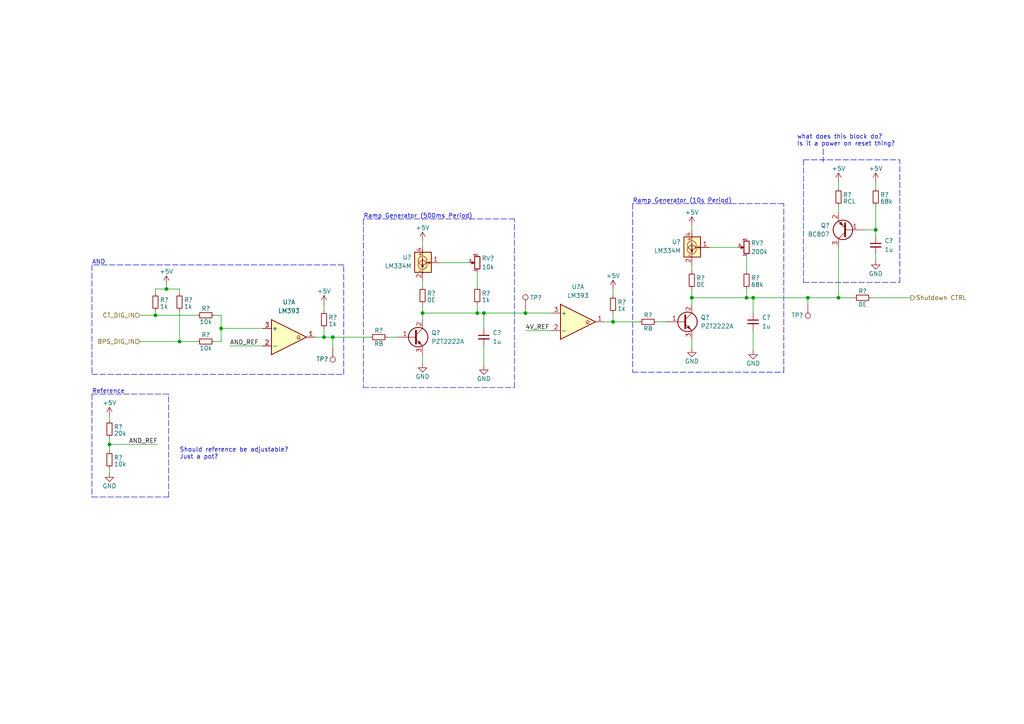
<source format=kicad_sch>
(kicad_sch (version 20211123) (generator eeschema)
  (paper "A4")
  (title_block (title "BSPD - Timing") (date "2022-04-01") (rev "1") (company "SUFST - Southampton University Formula Student Team"))
  (lib_symbols
    (symbol "Comparator:LM393" (pin_names (offset 0.127))
      (property "Reference" "U" (at 3.81 3.81 0))
      (property "Value" "LM393" (at 6.35 -3.81 0))
      (symbol "LM393_1_1"
        (polyline (pts (xy -5.08 5.08) (xy 5.08 0) (xy -5.08 -5.08) (xy -5.08 5.08)) (stroke (width 0.254)) (fill (type background)))
        (polyline (pts (xy 3.302 -0.508) (xy 2.794 -0.508) (xy 3.302 0) (xy 2.794 0.508) (xy 2.286 0) (xy 2.794 -0.508) (xy 2.286 -0.508)) (stroke (width 0.127)))
        (pin open_collector line (at 7.62 0 180) (length 2.54) (name "~") (number "1"))
        (pin input line (at -7.62 -2.54 0) (length 2.54) (name "-") (number "2"))
        (pin input line (at -7.62 2.54 0) (length 2.54) (name "+") (number "3"))
      )
      (symbol "LM393_2_1"
        (polyline (pts (xy -5.08 5.08) (xy 5.08 0) (xy -5.08 -5.08) (xy -5.08 5.08)) (stroke (width 0.254)) (fill (type background)))
        (polyline (pts (xy 3.302 -0.508) (xy 2.794 -0.508) (xy 3.302 0) (xy 2.794 0.508) (xy 2.286 0) (xy 2.794 -0.508) (xy 2.286 -0.508)) (stroke (width 0.127)))
        (pin input line (at -7.62 2.54 0) (length 2.54) (name "+") (number "5"))
        (pin input line (at -7.62 -2.54 0) (length 2.54) (name "_") (number "6"))
        (pin open_collector line (at 7.62 0 180) (length 2.54) (name "~") (number "7"))
      )
      (symbol "LM393_3_1"
        (pin power_in line (at -2.54 -7.62 90) (length 3.81) (name "V-") (number "4"))
        (pin power_in line (at -2.54 7.62 270) (length 3.81) (name "V+") (number "8"))
      )
    )
    (symbol "Connector:TestPoint" (pin_numbers hide) (pin_names (offset 0.762) hide)
      (property "Reference" "TP" (at 0 6.858 0))
      (property "Value" "TestPoint" (at 0 5.08 0))
      (symbol "TestPoint_0_1"
        (circle (center 0 3.302) (radius 0.762))
      )
      (symbol "TestPoint_1_1"
        (pin passive line (at 0 0 90) (length 2.54) (name "1") (number "1"))
      )
    )
    (symbol "Device:C_Small" (pin_numbers hide) (pin_names (offset 0.254) hide)
      (property "Reference" "C" (at 0.254 1.778 0))
      (property "Value" "C_Small" (at 0.254 -2.032 0))
      (symbol "C_Small_0_1"
        (polyline (pts (xy -1.524 -0.508) (xy 1.524 -0.508)) (stroke (width 0.3302)))
        (polyline (pts (xy -1.524 0.508) (xy 1.524 0.508)) (stroke (width 0.3048)))
      )
      (symbol "C_Small_1_1"
        (pin passive line (at 0 2.54 270) (length 2.032) (name "~") (number "1"))
        (pin passive line (at 0 -2.54 90) (length 2.032) (name "~") (number "2"))
      )
    )
    (symbol "Device:R_Potentiometer_Small" (pin_names (offset 1.016) hide)
      (property "Reference" "RV" (at -4.445 0 90))
      (property "Value" "R_Potentiometer_Small" (at -2.54 0 90))
      (symbol "R_Potentiometer_Small_0_1"
        (polyline (pts (xy 0.889 0) (xy 0.635 0) (xy 1.651 0.381) (xy 1.651 -0.381) (xy 0.635 0) (xy 0.889 0)) (fill (type outline)))
        (rectangle (start 0.762 1.8034) (end -0.762 -1.8034) (stroke (width 0.254)))
      )
      (symbol "R_Potentiometer_Small_1_1"
        (pin passive line (at 0 2.54 270) (length 0.635) (name "1") (number "1"))
        (pin passive line (at 2.54 0 180) (length 0.9906) (name "2") (number "2"))
        (pin passive line (at 0 -2.54 90) (length 0.635) (name "3") (number "3"))
      )
    )
    (symbol "Device:R_Small" (pin_numbers hide) (pin_names (offset 0.254) hide)
      (property "Reference" "R" (at 0.762 0.508 0))
      (property "Value" "R_Small" (at 0.762 -1.016 0))
      (symbol "R_Small_0_1"
        (rectangle (start -0.762 1.778) (end 0.762 -1.778) (stroke (width 0.2032)))
      )
      (symbol "R_Small_1_1"
        (pin passive line (at 0 2.54 270) (length 0.762) (name "~") (number "1"))
        (pin passive line (at 0 -2.54 90) (length 0.762) (name "~") (number "2"))
      )
    )
    (symbol "Reference_Current:LM334M"
      (property "Reference" "U" (at 0.635 6.35 0))
      (property "Value" "LM334M" (at 0.635 4.445 0))
      (symbol "LM334M_0_1"
        (rectangle (start -2.286 3.048) (end 2.54 -2.794) (stroke (width 0.254)) (fill (type background)))
        (circle (center 0 -0.635) (radius 1.27))
        (polyline (pts (xy -1.143 -2.413) (xy -0.381 -2.413)))
        (polyline (pts (xy -1.016 2.413) (xy -0.254 2.413)))
        (polyline (pts (xy -0.635 2.794) (xy -0.635 2.032)))
        (polyline (pts (xy 0 -1.905) (xy 0 -3.175)))
        (polyline (pts (xy 0 1.397) (xy 0 -1.397)) (stroke (width 0.254)))
        (polyline (pts (xy 0 3.81) (xy 0 1.905)))
        (polyline (pts (xy 5.08 0) (xy 1.27 0)))
        (polyline (pts (xy 0 -1.397) (xy -0.254 -0.889) (xy 0.254 -0.889) (xy 0 -1.397)) (stroke (width 0.254)))
        (polyline (pts (xy 1.27 0) (xy 2.159 0.254) (xy 2.159 -0.254) (xy 1.27 0)))
        (circle (center 0 0.635) (radius 1.27))
      )
      (symbol "LM334M_1_1"
        (pin passive line (at 5.08 0 180) (length 2.54) (name "~") (number "1"))
        (pin passive line (at 0 -5.08 90) (length 2.54) (name "~") (number "2"))
        (pin passive line (at 0 -5.08 90) (length 2.54) hide (name "~") (number "3"))
        (pin passive line (at 0 5.08 270) (length 2.54) (name "~") (number "4"))
        (pin passive line (at 0 -5.08 90) (length 2.54) hide (name "~") (number "6"))
        (pin passive line (at 0 -5.08 90) (length 2.54) hide (name "~") (number "7"))
      )
    )
    (symbol "Transistor_BJT:BC807" (pin_names (offset 0) hide)
      (property "Reference" "Q" (at 5.08 1.905 0))
      (property "Value" "BC807" (at 5.08 0 0))
      (symbol "BC807_0_1"
        (polyline (pts (xy 0.635 0.635) (xy 2.54 2.54)))
        (polyline (pts (xy 0.635 -0.635) (xy 2.54 -2.54) (xy 2.54 -2.54)))
        (polyline (pts (xy 0.635 1.905) (xy 0.635 -1.905) (xy 0.635 -1.905)) (stroke (width 0.508)))
        (polyline (pts (xy 2.286 -1.778) (xy 1.778 -2.286) (xy 1.27 -1.27) (xy 2.286 -1.778) (xy 2.286 -1.778)) (fill (type outline)))
        (circle (center 1.27 0) (radius 2.8194) (stroke (width 0.254)))
      )
      (symbol "BC807_1_1"
        (pin input line (at -5.08 0 0) (length 5.715) (name "B") (number "1"))
        (pin passive line (at 2.54 -5.08 90) (length 2.54) (name "E") (number "2"))
        (pin passive line (at 2.54 5.08 270) (length 2.54) (name "C") (number "3"))
      )
    )
    (symbol "Transistor_BJT:PZT2222A" (pin_names (offset 0) hide)
      (property "Reference" "Q" (at 5.08 1.905 0))
      (property "Value" "PZT2222A" (at 5.08 0 0))
      (symbol "PZT2222A_0_1"
        (polyline (pts (xy 0 0) (xy 0.635 0)))
        (polyline (pts (xy 2.54 -2.54) (xy 0.635 -0.635)))
        (polyline (pts (xy 2.54 2.54) (xy 0.635 0.635)))
        (polyline (pts (xy 0.635 1.905) (xy 0.635 -1.905) (xy 0.635 -1.905)) (stroke (width 0.508)))
        (polyline (pts (xy 2.286 -2.286) (xy 1.778 -1.778) (xy 1.778 -1.778)))
        (polyline (pts (xy 1.143 -1.651) (xy 1.651 -1.143) (xy 2.159 -2.159) (xy 1.143 -1.651) (xy 1.143 -1.651)) (fill (type outline)))
        (circle (center 1.27 0) (radius 2.8194) (stroke (width 0.254)))
      )
      (symbol "PZT2222A_1_1"
        (pin input line (at -5.08 0 0) (length 5.08) (name "B") (number "1"))
        (pin passive line (at 2.54 5.08 270) (length 2.54) (name "C") (number "2"))
        (pin passive line (at 2.54 -5.08 90) (length 2.54) (name "E") (number "3"))
      )
    )
    (symbol "power:+5V" (power) (pin_names (offset 0))
      (property "Value" "+5V" (at 0 3.556 0))
      (symbol "+5V_0_1"
        (polyline (pts (xy -0.762 1.27) (xy 0 2.54)))
        (polyline (pts (xy 0 0) (xy 0 2.54)))
        (polyline (pts (xy 0 2.54) (xy 0.762 1.27)))
      )
      (symbol "+5V_1_1"
        (pin power_in line (at 0 0 90) (length 0) hide (name "+5V") (number "1"))
      )
    )
    (symbol "power:GND" (power) (pin_names (offset 0))
      (property "Value" "GND" (at 0 -3.81 0))
      (symbol "GND_0_1"
        (polyline (pts (xy 0 0) (xy 0 -1.27) (xy 1.27 -1.27) (xy 0 -2.54) (xy -1.27 -1.27) (xy 0 -1.27)))
      )
      (symbol "GND_1_1"
        (pin power_in line (at 0 0 270) (length 0) hide (name "GND") (number "1"))
      )
    )
  )
  (junction (at 52.07 99.06))
  (junction (at 31.75 128.905))
  (junction (at 200.66 86.36))
  (junction (at 96.52 97.79))
  (junction (at 140.335 90.805))
  (junction (at 218.44 86.36))
  (junction (at 122.555 90.805))
  (junction (at 177.8 93.345))
  (junction (at 152.4 90.805))
  (junction (at 138.43 90.805))
  (junction (at 48.26 83.82))
  (junction (at 64.135 95.25))
  (junction (at 93.98 97.79))
  (junction (at 45.085 91.44))
  (junction (at 243.205 86.36))
  (junction (at 216.535 86.36))
  (junction (at 234.315 86.36))
  (junction (at 254 66.675))
  (wire (pts (xy 31.75 135.89) (xy 31.75 137.16)))
  (wire (pts (xy 140.335 90.805) (xy 152.4 90.805)))
  (polyline (pts (xy 227.33 107.95) (xy 227.33 59.055)))
  (wire (pts (xy 200.66 76.835) (xy 200.66 78.74)))
  (wire (pts (xy 31.75 128.905) (xy 45.72 128.905)))
  (polyline (pts (xy 26.67 114.3) (xy 26.67 144.145)))
  (polyline (pts (xy 26.67 114.3) (xy 48.895 114.3)))
  (wire (pts (xy 127.635 76.2) (xy 135.89 76.2)))
  (wire (pts (xy 122.555 88.265) (xy 122.555 90.805)))
  (wire (pts (xy 52.07 99.06) (xy 57.15 99.06)))
  (polyline (pts (xy 233.045 81.915) (xy 260.985 81.915)))
  (wire (pts (xy 93.98 97.79) (xy 91.44 97.79)))
  (wire (pts (xy 177.8 93.345) (xy 185.42 93.345)))
  (wire (pts (xy 216.535 74.295) (xy 216.535 78.74)))
  (wire (pts (xy 122.555 90.805) (xy 122.555 92.71)))
  (wire (pts (xy 177.8 90.805) (xy 177.8 93.345)))
  (wire (pts (xy 243.205 71.755) (xy 243.205 86.36)))
  (wire (pts (xy 96.52 97.79) (xy 107.315 97.79)))
  (wire (pts (xy 48.26 83.82) (xy 45.085 83.82)))
  (polyline (pts (xy 99.695 108.585) (xy 99.695 76.835)))
  (wire (pts (xy 254 59.69) (xy 254 66.675)))
  (polyline (pts (xy 183.515 59.055) (xy 183.515 107.95)))
  (wire (pts (xy 254 52.705) (xy 254 54.61)))
  (wire (pts (xy 96.52 97.79) (xy 96.52 100.965)))
  (polyline (pts (xy 233.045 46.355) (xy 260.985 46.355)))
  (polyline (pts (xy 183.515 107.95) (xy 227.33 107.95)))
  (wire (pts (xy 57.15 91.44) (xy 45.085 91.44)))
  (wire (pts (xy 138.43 78.74) (xy 138.43 83.185)))
  (wire (pts (xy 48.26 82.55) (xy 48.26 83.82)))
  (wire (pts (xy 122.555 102.87) (xy 122.555 105.41)))
  (wire (pts (xy 216.535 86.36) (xy 218.44 86.36)))
  (wire (pts (xy 112.395 97.79) (xy 114.935 97.79)))
  (wire (pts (xy 66.675 100.33) (xy 76.2 100.33)))
  (wire (pts (xy 138.43 90.805) (xy 140.335 90.805)))
  (wire (pts (xy 122.555 69.85) (xy 122.555 71.12)))
  (wire (pts (xy 152.4 89.535) (xy 152.4 90.805)))
  (wire (pts (xy 254 68.58) (xy 254 66.675)))
  (wire (pts (xy 216.535 83.82) (xy 216.535 86.36)))
  (wire (pts (xy 243.205 86.36) (xy 247.65 86.36)))
  (wire (pts (xy 31.75 120.65) (xy 31.75 121.92)))
  (wire (pts (xy 96.52 97.79) (xy 93.98 97.79)))
  (polyline (pts (xy 99.695 76.835) (xy 26.67 76.835)))
  (wire (pts (xy 40.64 91.44) (xy 45.085 91.44)))
  (wire (pts (xy 243.205 52.705) (xy 243.205 54.61)))
  (wire (pts (xy 52.07 90.17) (xy 52.07 99.06)))
  (wire (pts (xy 64.135 95.25) (xy 64.135 99.06)))
  (polyline (pts (xy 233.045 46.355) (xy 233.045 81.915)))
  (wire (pts (xy 218.44 95.885) (xy 218.44 101.6)))
  (wire (pts (xy 152.4 95.885) (xy 160.02 95.885)))
  (wire (pts (xy 177.8 83.82) (xy 177.8 85.725)))
  (wire (pts (xy 62.23 91.44) (xy 64.135 91.44)))
  (wire (pts (xy 234.315 86.36) (xy 243.205 86.36)))
  (wire (pts (xy 234.315 86.36) (xy 218.44 86.36)))
  (wire (pts (xy 152.4 90.805) (xy 160.02 90.805)))
  (polyline (pts (xy 26.67 108.585) (xy 99.695 108.585)))
  (wire (pts (xy 31.75 128.905) (xy 31.75 130.81)))
  (polyline (pts (xy 105.41 112.395) (xy 149.225 112.395)))
  (wire (pts (xy 205.74 71.755) (xy 213.995 71.755)))
  (wire (pts (xy 138.43 88.265) (xy 138.43 90.805)))
  (wire (pts (xy 40.64 99.06) (xy 52.07 99.06)))
  (wire (pts (xy 200.66 83.82) (xy 200.66 86.36)))
  (wire (pts (xy 252.73 86.36) (xy 264.16 86.36)))
  (wire (pts (xy 218.44 86.36) (xy 218.44 90.805)))
  (wire (pts (xy 45.085 91.44) (xy 45.085 90.17)))
  (wire (pts (xy 140.335 90.805) (xy 140.335 95.25)))
  (wire (pts (xy 190.5 93.345) (xy 193.04 93.345)))
  (wire (pts (xy 64.135 95.25) (xy 76.2 95.25)))
  (wire (pts (xy 250.825 66.675) (xy 254 66.675)))
  (wire (pts (xy 234.315 86.36) (xy 234.315 88.265)))
  (wire (pts (xy 254 73.66) (xy 254 75.565)))
  (wire (pts (xy 200.66 86.36) (xy 216.535 86.36)))
  (wire (pts (xy 31.75 127) (xy 31.75 128.905)))
  (wire (pts (xy 140.335 100.33) (xy 140.335 106.045)))
  (wire (pts (xy 177.8 93.345) (xy 175.26 93.345)))
  (polyline (pts (xy 26.67 144.145) (xy 48.895 144.145)))
  (polyline (pts (xy 26.67 76.835) (xy 26.67 108.585)))
  (polyline (pts (xy 227.33 59.055) (xy 183.515 59.055)))
  (wire (pts (xy 64.135 91.44) (xy 64.135 95.25)))
  (wire (pts (xy 93.98 95.25) (xy 93.98 97.79)))
  (polyline (pts (xy 149.225 112.395) (xy 149.225 63.5)))
  (wire (pts (xy 200.66 86.36) (xy 200.66 88.265)))
  (wire (pts (xy 93.98 88.265) (xy 93.98 90.17)))
  (wire (pts (xy 45.085 83.82) (xy 45.085 85.09)))
  (wire (pts (xy 243.205 59.69) (xy 243.205 61.595)))
  (wire (pts (xy 48.26 83.82) (xy 52.07 83.82)))
  (polyline (pts (xy 260.985 81.915) (xy 260.985 46.355)))
  (wire (pts (xy 122.555 81.28) (xy 122.555 83.185)))
  (wire (pts (xy 52.07 85.09) (xy 52.07 83.82)))
  (wire (pts (xy 122.555 90.805) (xy 138.43 90.805)))
  (polyline (pts (xy 238.76 43.18) (xy 238.76 46.99)))
  (polyline (pts (xy 105.41 63.5) (xy 105.41 112.395)))
  (wire (pts (xy 200.66 98.425) (xy 200.66 100.965)))
  (polyline (pts (xy 48.895 144.145) (xy 48.895 114.3)))
  (polyline (pts (xy 149.225 63.5) (xy 105.41 63.5)))
  (wire (pts (xy 64.135 99.06) (xy 62.23 99.06)))
  (wire (pts (xy 200.66 65.405) (xy 200.66 66.675)))
  (text "Ramp Generator (500ms Period)" (at 105.41 63.5 0) (effects (font (size 1.27 1.27)) (justify left bottom)))
  (text "what does this block do?\nIs it a power on reset thing?" (at 231.14 42.545 0) (effects (font (size 1.27 1.27)) (justify left bottom)))
  (text "Ramp Generator (10s Period)" (at 183.515 59.055 0) (effects (font (size 1.27 1.27)) (justify left bottom)))
  (text "Reference" (at 26.67 114.3 0) (effects (font (size 1.27 1.27)) (justify left bottom)))
  (text "Should reference be adjustable?\nJust a pot?" (at 52.07 133.35 0) (effects (font (size 1.27 1.27)) (justify left bottom)))
  (text "AND" (at 26.67 76.835 0) (effects (font (size 1.27 1.27)) (justify left bottom)))
  (label "4V_REF" (at 152.4 95.885 0))
  (label "AND_REF" (at 66.675 100.33 0))
  (label "AND_REF" (at 45.72 128.905 180))
  (hierarchical_label "CT_DIG_IN" (shape input) (at 40.64 91.44 180))
  (hierarchical_label "BPS_DIG_IN" (shape input) (at 40.64 99.06 180))
  (hierarchical_label "Shutdown CTRL" (shape output) (at 264.16 86.36 0))
  (symbol (lib_id "power:+5V") (at 93.98 88.265 0) (unit 1)
    (property "Reference" "#PWR?" (effects hide))
    (property "Value" "+5V" (at 93.98 84.455 0))
  )
  (symbol (lib_id "power:GND") (at 254 75.565 0) (unit 1)
    (property "Reference" "#PWR?" (effects hide))
    (property "Value" "GND" (at 254 79.375 0))
  )
  (symbol (lib_id "Device:R_Small") (at 187.96 93.345 90) (unit 1)
    (property "Reference" "R?" (at 187.96 91.44 90))
    (property "Value" "RB" (at 187.96 95.25 90))
  )
  (symbol (lib_id "Device:R_Small") (at 177.8 88.265 180) (unit 1)
    (property "Reference" "R?" (at 179.07 87.63 0) (effects (justify right)))
    (property "Value" "1k" (at 179.07 89.535 0) (effects (justify right)))
  )
  (symbol (lib_id "Transistor_BJT:PZT2222A") (at 120.015 97.79 0) (unit 1)
    (property "Reference" "Q?" (at 125.095 96.5199 0) (effects (justify left)))
    (property "Value" "PZT2222A" (at 125.095 99.0599 0) (effects (justify left)))
    (property "Footprint" "Package_TO_SOT_SMD:SOT-223-3_TabPin2" (effects hide))
    (property "Datasheet" "https://assets.nexperia.com/documents/data-sheet/PZT2222A.pdf" (effects hide))
  )
  (symbol (lib_id "power:+5V") (at 48.26 82.55 0) (unit 1)
    (property "Reference" "#PWR?" (effects hide))
    (property "Value" "+5V" (at 48.26 78.74 0))
  )
  (symbol (lib_id "Device:R_Small") (at 138.43 85.725 180) (unit 1)
    (property "Reference" "R?" (at 139.7 85.09 0) (effects (justify right)))
    (property "Value" "1k" (at 139.7 86.995 0) (effects (justify right)))
  )
  (symbol (lib_id "Connector:TestPoint") (at 234.315 88.265 180) (unit 1)
    (property "Reference" "TP?" (at 233.045 91.44 0) (effects (justify left)))
    (property "Value" "TestPoint" (effects hide))
  )
  (symbol (lib_id "Device:C_Small") (at 218.44 93.345 0) (unit 1)
    (property "Reference" "C?" (at 220.98 92.0812 0) (effects (justify left)))
    (property "Value" "1u" (at 220.98 94.615 0) (effects (justify left)))
  )
  (symbol (lib_id "power:GND") (at 31.75 137.16 0) (unit 1)
    (property "Reference" "#PWR?" (effects hide))
    (property "Value" "GND" (at 31.75 140.97 0))
  )
  (symbol (lib_id "Device:R_Small") (at 59.69 99.06 90) (unit 1)
    (property "Reference" "R?" (at 59.69 97.155 90))
    (property "Value" "10k" (at 59.69 100.965 90))
  )
  (symbol (lib_id "Transistor_BJT:BC807") (at 245.745 66.675 180) (unit 1)
    (property "Reference" "Q?" (at 240.665 65.4049 0) (effects (justify left)))
    (property "Value" "BC807" (at 240.665 67.9449 0) (effects (justify left)))
    (property "Footprint" "Package_TO_SOT_SMD:SOT-23" (effects hide))
    (property "Datasheet" "https://www.onsemi.com/pub/Collateral/BC808-D.pdf" (effects hide))
  )
  (symbol (lib_id "Device:R_Small") (at 254 57.15 180) (unit 1)
    (property "Reference" "R?" (at 255.27 56.515 0) (effects (justify right)))
    (property "Value" "68k" (at 255.27 58.42 0) (effects (justify right)))
  )
  (symbol (lib_id "power:+5V") (at 200.66 65.405 0) (unit 1)
    (property "Reference" "#PWR?" (effects hide))
    (property "Value" "+5V" (at 200.66 61.595 0))
  )
  (symbol (lib_id "Device:R_Small") (at 216.535 81.28 180) (unit 1)
    (property "Reference" "R?" (at 217.805 80.645 0) (effects (justify right)))
    (property "Value" "68k" (at 217.805 82.55 0) (effects (justify right)))
  )
  (symbol (lib_id "Device:R_Small") (at 109.855 97.79 90) (unit 1)
    (property "Reference" "R?" (at 109.855 95.885 90))
    (property "Value" "RB" (at 109.855 99.695 90))
  )
  (symbol (lib_id "Reference_Current:LM334M") (at 122.555 76.2 0) (unit 1)
    (property "Reference" "U?" (at 119.38 74.6124 0) (effects (justify right)))
    (property "Value" "LM334M" (at 119.38 77.1524 0) (effects (justify right)))
    (property "Footprint" "Package_SO:SOIC-8_3.9x4.9mm_P1.27mm" (effects hide))
    (property "Datasheet" "http://www.ti.com/lit/ds/symlink/lm134.pdf" (effects hide))
  )
  (symbol (lib_id "Device:C_Small") (at 254 71.12 0) (unit 1)
    (property "Reference" "C?" (at 256.54 69.8562 0) (effects (justify left)))
    (property "Value" "1u" (at 256.54 72.39 0) (effects (justify left)))
  )
  (symbol (lib_id "power:+5V") (at 31.75 120.65 0) (unit 1)
    (property "Reference" "#PWR?" (effects hide))
    (property "Value" "+5V" (at 31.75 116.84 0))
  )
  (symbol (lib_id "Connector:TestPoint") (at 152.4 89.535 0) (unit 1)
    (property "Reference" "TP?" (at 153.67 86.36 0) (effects (justify left)))
    (property "Value" "TestPoint" (effects hide))
  )
  (symbol (lib_id "power:+5V") (at 177.8 83.82 0) (unit 1)
    (property "Reference" "#PWR?" (effects hide))
    (property "Value" "+5V" (at 177.8 80.01 0))
  )
  (symbol (lib_id "Device:R_Small") (at 243.205 57.15 180) (unit 1)
    (property "Reference" "R?" (at 244.475 56.515 0) (effects (justify right)))
    (property "Value" "RCL" (at 244.475 58.42 0) (effects (justify right)))
  )
  (symbol (lib_id "Device:R_Potentiometer_Small") (at 138.43 76.2 180) (unit 1)
    (property "Reference" "RV?" (at 139.7 74.93 0) (effects (justify right)))
    (property "Value" "10k" (at 139.7 77.47 0) (effects (justify right)))
  )
  (symbol (lib_id "Reference_Current:LM334M") (at 200.66 71.755 0) (unit 1)
    (property "Reference" "U?" (at 197.485 70.1674 0) (effects (justify right)))
    (property "Value" "LM334M" (at 197.485 72.7074 0) (effects (justify right)))
    (property "Footprint" "Package_SO:SOIC-8_3.9x4.9mm_P1.27mm" (effects hide))
    (property "Datasheet" "http://www.ti.com/lit/ds/symlink/lm134.pdf" (effects hide))
  )
  (symbol (lib_id "Connector:TestPoint") (at 96.52 100.965 180) (unit 1)
    (property "Reference" "TP?" (at 95.25 104.14 0) (effects (justify left)))
    (property "Value" "TestPoint" (effects hide))
  )
  (symbol (lib_id "Device:R_Small") (at 31.75 133.35 180) (unit 1)
    (property "Reference" "R?" (at 33.02 132.715 0) (effects (justify right)))
    (property "Value" "10k" (at 33.02 134.62 0) (effects (justify right)))
  )
  (symbol (lib_id "Device:R_Small") (at 200.66 81.28 180) (unit 1)
    (property "Reference" "R?" (at 201.93 80.645 0) (effects (justify right)))
    (property "Value" "0E" (at 201.93 82.55 0) (effects (justify right)))
  )
  (symbol (lib_id "Device:R_Potentiometer_Small") (at 216.535 71.755 180) (unit 1)
    (property "Reference" "RV?" (at 217.805 70.485 0) (effects (justify right)))
    (property "Value" "200k" (at 217.805 73.025 0) (effects (justify right)))
  )
  (symbol (lib_id "Device:R_Small") (at 93.98 92.71 180) (unit 1)
    (property "Reference" "R?" (at 95.25 92.075 0) (effects (justify right)))
    (property "Value" "1k" (at 95.25 93.98 0) (effects (justify right)))
  )
  (symbol (lib_id "Device:R_Small") (at 250.19 86.36 90) (unit 1)
    (property "Reference" "R?" (at 250.19 84.455 90))
    (property "Value" "0E" (at 250.19 88.265 90))
  )
  (symbol (lib_id "Device:R_Small") (at 45.085 87.63 180) (unit 1)
    (property "Reference" "R?" (at 46.355 86.995 0) (effects (justify right)))
    (property "Value" "1k" (at 46.355 88.9 0) (effects (justify right)))
  )
  (symbol (lib_id "power:+5V") (at 254 52.705 0) (unit 1)
    (property "Reference" "#PWR?" (effects hide))
    (property "Value" "+5V" (at 254 48.895 0))
  )
  (symbol (lib_id "power:+5V") (at 122.555 69.85 0) (unit 1)
    (property "Reference" "#PWR?" (effects hide))
    (property "Value" "+5V" (at 122.555 66.04 0))
  )
  (symbol (lib_id "Device:C_Small") (at 140.335 97.79 0) (unit 1)
    (property "Reference" "C?" (at 142.875 96.5262 0) (effects (justify left)))
    (property "Value" "1u" (at 142.875 99.06 0) (effects (justify left)))
  )
  (symbol (lib_id "Device:R_Small") (at 122.555 85.725 180) (unit 1)
    (property "Reference" "R?" (at 123.825 85.09 0) (effects (justify right)))
    (property "Value" "0E" (at 123.825 86.995 0) (effects (justify right)))
  )
  (symbol (lib_id "power:GND") (at 218.44 101.6 0) (unit 1)
    (property "Reference" "#PWR?" (effects hide))
    (property "Value" "GND" (at 218.44 105.41 0))
  )
  (symbol (lib_id "power:+5V") (at 243.205 52.705 0) (unit 1)
    (property "Reference" "#PWR?" (effects hide))
    (property "Value" "+5V" (at 243.205 48.895 0))
  )
  (symbol (lib_id "Device:R_Small") (at 52.07 87.63 180) (unit 1)
    (property "Reference" "R?" (at 53.34 86.995 0) (effects (justify right)))
    (property "Value" "1k" (at 53.34 88.9 0) (effects (justify right)))
  )
  (symbol (lib_id "Comparator:LM393") (at 167.64 93.345 0) (unit 1)
    (property "Reference" "U?" (at 167.64 83.185 0))
    (property "Value" "LM393" (at 167.64 85.725 0))
    (property "Footprint" "Package_SO:SOIC-8_3.9x4.9mm_P1.27mm" (effects hide))
    (property "Datasheet" "http://www.ti.com/lit/ds/symlink/lm393.pdf" (effects hide))
  )
  (symbol (lib_id "Device:R_Small") (at 31.75 124.46 180) (unit 1)
    (property "Reference" "R?" (at 33.02 123.825 0) (effects (justify right)))
    (property "Value" "20k" (at 33.02 125.73 0) (effects (justify right)))
  )
  (symbol (lib_id "Device:R_Small") (at 59.69 91.44 90) (unit 1)
    (property "Reference" "R?" (at 59.69 89.535 90))
    (property "Value" "10k" (at 59.69 93.345 90))
  )
  (symbol (lib_id "power:GND") (at 122.555 105.41 0) (unit 1)
    (property "Reference" "#PWR?" (effects hide))
    (property "Value" "GND" (at 122.555 109.22 0))
  )
  (symbol (lib_id "Transistor_BJT:PZT2222A") (at 198.12 93.345 0) (unit 1)
    (property "Reference" "Q?" (at 203.2 92.0749 0) (effects (justify left)))
    (property "Value" "PZT2222A" (at 203.2 94.6149 0) (effects (justify left)))
    (property "Footprint" "Package_TO_SOT_SMD:SOT-223-3_TabPin2" (effects hide))
    (property "Datasheet" "https://assets.nexperia.com/documents/data-sheet/PZT2222A.pdf" (effects hide))
  )
  (symbol (lib_id "power:GND") (at 200.66 100.965 0) (unit 1)
    (property "Reference" "#PWR?" (effects hide))
    (property "Value" "GND" (at 200.66 104.775 0))
  )
  (symbol (lib_id "Comparator:LM393") (at 83.82 97.79 0) (unit 1)
    (property "Reference" "U?" (at 83.82 87.63 0))
    (property "Value" "LM393" (at 83.82 90.17 0))
    (property "Footprint" "Package_SO:SOIC-8_3.9x4.9mm_P1.27mm" (effects hide))
    (property "Datasheet" "http://www.ti.com/lit/ds/symlink/lm393.pdf" (effects hide))
  )
  (symbol (lib_id "power:GND") (at 140.335 106.045 0) (unit 1)
    (property "Reference" "#PWR?" (effects hide))
    (property "Value" "GND" (at 140.335 109.855 0))
  )
)
</source>
